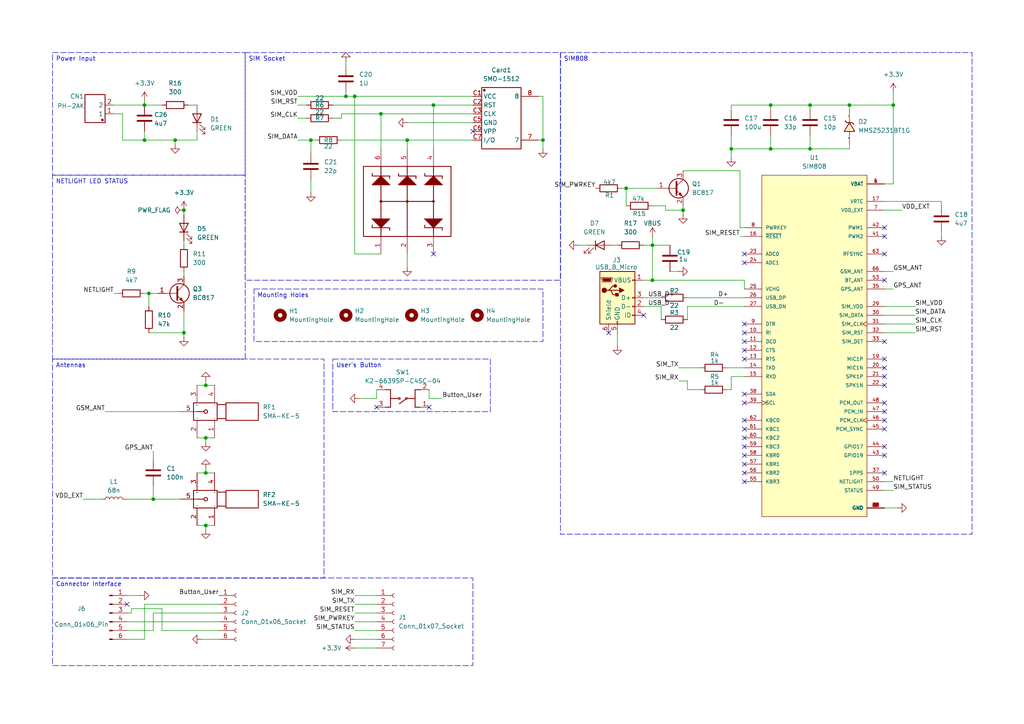
<source format=kicad_sch>
(kicad_sch (version 20250114) (generator "eeschema") (generator_version "9.0")
  (paper "A4")
  (title_block (title "SIM808 BOARD") (date "2026-01-08") (rev "0.1") (company "Mohamed Khay"))
  (lib_symbols
    (symbol "Connector:Conn_01x06_Pin" (pin_names (offset 1.016) (hide yes))
      (property "Reference" "J" (at 0 7.62 0))
      (property "Value" "Conn_01x06_Pin" (at 0 -10.16 0))
      (symbol "Conn_01x06_Pin_1_1"
        (pin passive line (at 5.08 5.08 180) (length 3.81) (name "Pin_1") (number "1"))
        (pin passive line (at 5.08 2.54 180) (length 3.81) (name "Pin_2") (number "2"))
        (pin passive line (at 5.08 0 180) (length 3.81) (name "Pin_3") (number "3"))
        (pin passive line (at 5.08 -2.54 180) (length 3.81) (name "Pin_4") (number "4"))
        (pin passive line (at 5.08 -5.08 180) (length 3.81) (name "Pin_5") (number "5"))
        (pin passive line (at 5.08 -7.62 180) (length 3.81) (name "Pin_6") (number "6"))
      )
    )
    (symbol "Connector:Conn_01x06_Socket" (pin_names (offset 1.016) (hide yes))
      (property "Reference" "J" (at 0 7.62 0))
      (property "Value" "Conn_01x06_Socket" (at 0 -10.16 0))
      (symbol "Conn_01x06_Socket_1_1"
        (pin passive line (at -5.08 5.08 0) (length 3.81) (name "Pin_1") (number "1"))
        (pin passive line (at -5.08 2.54 0) (length 3.81) (name "Pin_2") (number "2"))
        (pin passive line (at -5.08 0 0) (length 3.81) (name "Pin_3") (number "3"))
        (pin passive line (at -5.08 -2.54 0) (length 3.81) (name "Pin_4") (number "4"))
        (pin passive line (at -5.08 -5.08 0) (length 3.81) (name "Pin_5") (number "5"))
        (pin passive line (at -5.08 -7.62 0) (length 3.81) (name "Pin_6") (number "6"))
      )
    )
    (symbol "Connector:Conn_01x07_Socket" (pin_names (offset 1.016) (hide yes))
      (property "Reference" "J" (at 0 10.16 0))
      (property "Value" "Conn_01x07_Socket" (at 0 -10.16 0))
      (symbol "Conn_01x07_Socket_1_1"
        (pin passive line (at -5.08 7.62 0) (length 3.81) (name "Pin_1") (number "1"))
        (pin passive line (at -5.08 5.08 0) (length 3.81) (name "Pin_2") (number "2"))
        (pin passive line (at -5.08 2.54 0) (length 3.81) (name "Pin_3") (number "3"))
        (pin passive line (at -5.08 0 0) (length 3.81) (name "Pin_4") (number "4"))
        (pin passive line (at -5.08 -2.54 0) (length 3.81) (name "Pin_5") (number "5"))
        (pin passive line (at -5.08 -5.08 0) (length 3.81) (name "Pin_6") (number "6"))
        (pin passive line (at -5.08 -7.62 0) (length 3.81) (name "Pin_7") (number "7"))
      )
    )
    (symbol "Connector:USB_B_Micro" (pin_names (offset 1.016))
      (property "Reference" "J" (at -5.08 11.43 0))
      (property "Value" "USB_B_Micro" (at -5.08 8.89 0))
      (symbol "USB_B_Micro_1_1"
        (pin passive line (at -2.54 -10.16 90) (length 2.54) (name "Shield") (number "6"))
        (pin power_out line (at 0 -10.16 90) (length 2.54) (name "GND") (number "5"))
        (pin power_out line (at 7.62 5.08 180) (length 2.54) (name "VBUS") (number "1"))
        (pin bidirectional line (at 7.62 0 180) (length 2.54) (name "D+") (number "3"))
        (pin bidirectional line (at 7.62 -2.54 180) (length 2.54) (name "D-") (number "2"))
        (pin passive line (at 7.62 -5.08 180) (length 2.54) (name "ID") (number "4"))
      )
    )
    (symbol "Device:C" (pin_numbers (hide yes)) (pin_names (offset 0.254))
      (property "Reference" "C" (at 0.635 2.54 0))
      (property "Value" "C" (at 0.635 -2.54 0))
      (symbol "C_1_1"
        (pin passive line (at 0 3.81 270) (length 2.794) (name "~") (number "1"))
        (pin passive line (at 0 -3.81 90) (length 2.794) (name "~") (number "2"))
      )
    )
    (symbol "Device:L" (pin_numbers (hide yes)) (pin_names (offset 1.016) (hide yes))
      (property "Reference" "L" (at -1.27 0 90))
      (property "Value" "L" (at 1.905 0 90))
      (symbol "L_1_1"
        (pin passive line (at 0 3.81 270) (length 1.27) (name "1") (number "1"))
        (pin passive line (at 0 -3.81 90) (length 1.27) (name "2") (number "2"))
      )
    )
    (symbol "Device:LED" (pin_numbers (hide yes)) (pin_names (offset 1.016) (hide yes))
      (property "Reference" "D" (at 0 2.54 0))
      (property "Value" "LED" (at 0 -2.54 0))
      (symbol "LED_1_1"
        (pin passive line (at -3.81 0 0) (length 2.54) (name "K") (number "1"))
        (pin passive line (at 3.81 0 180) (length 2.54) (name "A") (number "2"))
      )
    )
    (symbol "Device:R" (pin_numbers (hide yes)) (pin_names (offset 0))
      (property "Reference" "R" (at 2.032 0 90))
      (property "Value" "R" (at 0 0 90))
      (symbol "R_1_1"
        (pin passive line (at 0 3.81 270) (length 1.27) (name "~") (number "1"))
        (pin passive line (at 0 -3.81 90) (length 1.27) (name "~") (number "2"))
      )
    )
    (symbol "KHAY_SIM808:K2-6639SP-C4SC-04"
      (property "Reference" "SW?" (at 0 0 0))
      (property "Value" "K2-6639SP-C4SC-04" (at 0 0 0))
      (symbol "K2-6639SP-C4SC-04_1_0"
        (pin passive line (at -7.62 2.54 0) (length 2.54) (name "1") (number "1"))
        (pin passive line (at -7.62 -2.54 0) (length 2.54) (name "2") (number "2"))
        (pin passive line (at 7.62 2.54 180) (length 2.54) (name "3") (number "3"))
        (pin passive line (at 7.62 -2.54 180) (length 2.54) (name "4") (number "4"))
      )
    )
    (symbol "KHAY_SIM808:MMSZ5231BT1G"
      (property "Reference" "D?" (at 0 0 0))
      (property "Value" "MMSZ5231BT1G" (at 0 0 0))
      (symbol "MMSZ5231BT1G_1_0"
        (pin passive line (at -5.08 0 0) (length 3.81) (name "A") (number "2"))
        (pin passive line (at 5.08 0 180) (length 3.81) (name "K") (number "1"))
      )
    )
    (symbol "KHAY_SIM808:PH-2AK"
      (property "Reference" "CN?" (at 0 0 0))
      (property "Value" "PH-2AK" (at 0 0 0))
      (symbol "PH-2AK_1_0"
        (pin power_in line (at -3.81 1.27 0) (length 2.54) (name "1") (number "1"))
        (pin power_in line (at -3.81 -1.27 0) (length 2.54) (name "2") (number "2"))
      )
    )
    (symbol "KHAY_SIM808:SMA-KE-5"
      (property "Reference" "RF?" (at 0 0 0))
      (property "Value" "SMA-KE-5" (at 0 0 0))
      (symbol "SMA-KE-5_1_0"
        (pin passive line (at 0 7.62 270) (length 5.08) (name "1") (number "1"))
        (pin passive line (at 0 -7.62 90) (length 5.08) (name "4") (number "4"))
        (pin passive line (at 5.08 7.62 270) (length 5.08) (name "2") (number "2"))
        (pin passive line (at 5.08 -7.62 90) (length 5.08) (name "3") (number "3"))
        (pin passive line (at 10.16 0 180) (length 5.08) (name "5") (number "5"))
      )
    )
    (symbol "KHAY_SIM808:SMF12CT1G"
      (symbol "SMF12CT1G_0_0"
        (pin input line (at -15.24 7.62 0) (length 5.08) (name "1") (number "1"))
        (pin input line (at -15.24 0 0) (length 5.08) (name "2") (number "2"))
        (pin input line (at -15.24 -7.62 0) (length 5.08) (name "3") (number "3"))
        (pin input line (at 15.24 7.62 180) (length 5.08) (name "6") (number "6"))
        (pin input line (at 15.24 0 180) (length 5.08) (name "5") (number "5"))
        (pin input line (at 15.24 -7.62 180) (length 5.08) (name "4") (number "4"))
      )
    )
    (symbol "KHAY_SIM808:SMO-1512"
      (property "Reference" "Card1" (at 3.175 13.97 0))
      (property "Value" "SMO-1512" (at 3.175 11.43 0))
      (symbol "SMO-1512_0_0"
        (pin input line (at -5.08 6.35 0) (length 2.54) (name "VCC") (number "C1"))
        (pin input line (at -5.08 3.81 0) (length 2.54) (name "RST") (number "C2"))
        (pin input line (at -5.08 1.27 0) (length 2.54) (name "CLK") (number "C3"))
        (pin power_in line (at -5.08 -1.27 0) (length 2.54) (name "GND") (number "C5"))
        (pin unspecified line (at -5.08 -3.81 0) (length 2.54) (name "VPP") (number "C6"))
        (pin bidirectional line (at -5.08 -6.35 0) (length 2.54) (name "I/O") (number "C7"))
        (pin power_in line (at 13.97 6.35 180) (length 5.08) (name "8") (number "8"))
        (pin power_in line (at 13.97 -6.35 180) (length 5.08) (name "7") (number "7"))
      )
    )
    (symbol "Mechanical:MountingHole" (pin_names (offset 1.016)) (in_bom no)
      (property "Reference" "H" (at 0 5.08 0))
      (property "Value" "MountingHole" (at 0 3.175 0))
    )
    (symbol "SIM808:SIM808" (pin_names (offset 1.016))
      (property "Reference" "U" (at -15.24 49.022 0))
      (property "Value" "SIM808" (at -15.24 -53.34 0))
      (symbol "SIM808_0_0"
        (pin input line (at -20.32 33.02 0) (length 5.08) (name "PWRKEY") (number "8"))
        (pin input line (at -20.32 30.48 0) (length 5.08) (name "~{RESET}") (number "16"))
        (pin input line (at -20.32 25.4 0) (length 5.08) (name "ADC0") (number "23"))
        (pin input line (at -20.32 22.86 0) (length 5.08) (name "ADC1") (number "24"))
        (pin input line (at -20.32 15.24 0) (length 5.08) (name "VCHG") (number "25"))
        (pin bidirectional line (at -20.32 12.7 0) (length 5.08) (name "USB_DP") (number "26"))
        (pin bidirectional line (at -20.32 10.16 0) (length 5.08) (name "USB_DN") (number "27"))
        (pin input line (at -20.32 5.08 0) (length 5.08) (name "DTR") (number "9"))
        (pin output line (at -20.32 2.54 0) (length 5.08) (name "RI") (number "10"))
        (pin output line (at -20.32 0 0) (length 5.08) (name "DCD") (number "11"))
        (pin output line (at -20.32 -2.54 0) (length 5.08) (name "CTS") (number "12"))
        (pin input line (at -20.32 -5.08 0) (length 5.08) (name "RTS") (number "13"))
        (pin output line (at -20.32 -7.62 0) (length 5.08) (name "TXD") (number "14"))
        (pin input line (at -20.32 -10.16 0) (length 5.08) (name "RXD") (number "15"))
        (pin bidirectional line (at -20.32 -15.24 0) (length 5.08) (name "SDA") (number "38"))
        (pin input clock (at -20.32 -17.78 0) (length 5.08) (name "SCL") (number "39"))
        (pin input line (at -20.32 -22.86 0) (length 5.08) (name "KBC0") (number "62"))
        (pin input line (at -20.32 -25.4 0) (length 5.08) (name "KBC1") (number "61"))
        (pin input line (at -20.32 -27.94 0) (length 5.08) (name "KBC2") (number "60"))
        (pin input line (at -20.32 -30.48 0) (length 5.08) (name "KBC3") (number "59"))
        (pin output line (at -20.32 -33.02 0) (length 5.08) (name "KBR0") (number "58"))
        (pin output line (at -20.32 -35.56 0) (length 5.08) (name "KBR1") (number "57"))
        (pin output line (at -20.32 -38.1 0) (length 5.08) (name "KBR2") (number "56"))
        (pin output line (at -20.32 -40.64 0) (length 5.08) (name "KBR3") (number "55"))
        (pin power_in line (at 20.32 45.72 180) (length 5.08) (name "VBAT") (number "4"))
        (pin power_in line (at 20.32 45.72 180) (length 5.08) (name "VBAT") (number "5"))
        (pin power_in line (at 20.32 45.72 180) (length 5.08) (name "VBAT") (number "6"))
        (pin bidirectional line (at 20.32 40.64 180) (length 5.08) (name "VRTC") (number "17"))
        (pin output line (at 20.32 38.1 180) (length 5.08) (name "VDD_EXT") (number "7"))
        (pin output line (at 20.32 33.02 180) (length 5.08) (name "PWM1") (number "42"))
        (pin output line (at 20.32 30.48 180) (length 5.08) (name "PWM2") (number "41"))
        (pin output line (at 20.32 25.4 180) (length 5.08) (name "RFSYNC") (number "63"))
        (pin bidirectional line (at 20.32 20.32 180) (length 5.08) (name "GSM_ANT") (number "66"))
        (pin bidirectional line (at 20.32 17.78 180) (length 5.08) (name "BT_ANT") (number "53"))
        (pin input line (at 20.32 15.24 180) (length 5.08) (name "GPS_ANT") (number "35"))
        (pin output line (at 20.32 10.16 180) (length 5.08) (name "SIM_VDD") (number "29"))
        (pin bidirectional line (at 20.32 7.62 180) (length 5.08) (name "SIM_DATA") (number "30"))
        (pin output clock (at 20.32 5.08 180) (length 5.08) (name "SIM_CLK") (number "31"))
        (pin output line (at 20.32 2.54 180) (length 5.08) (name "SIM_RST") (number "32"))
        (pin input line (at 20.32 0 180) (length 5.08) (name "SIM_DET") (number "33"))
        (pin input line (at 20.32 -5.08 180) (length 5.08) (name "MIC1P") (number "19"))
        (pin input line (at 20.32 -7.62 180) (length 5.08) (name "MIC1N") (number "20"))
        (pin output line (at 20.32 -10.16 180) (length 5.08) (name "SPK1P") (number "21"))
        (pin output line (at 20.32 -12.7 180) (length 5.08) (name "SPK1N") (number "22"))
        (pin output line (at 20.32 -17.78 180) (length 5.08) (name "PCM_OUT") (number "48"))
        (pin input line (at 20.32 -20.32 180) (length 5.08) (name "PCM_IN") (number "47"))
        (pin input clock (at 20.32 -22.86 180) (length 5.08) (name "PCM_CLK") (number "46"))
        (pin output line (at 20.32 -25.4 180) (length 5.08) (name "PCM_SYNC") (number "45"))
        (pin bidirectional line (at 20.32 -30.48 180) (length 5.08) (name "GPIO17") (number "44"))
        (pin bidirectional line (at 20.32 -33.02 180) (length 5.08) (name "GPIO19") (number "43"))
        (pin output line (at 20.32 -38.1 180) (length 5.08) (name "1PPS") (number "37"))
        (pin output line (at 20.32 -40.64 180) (length 5.08) (name "NETLIGHT") (number "50"))
        (pin output line (at 20.32 -43.18 180) (length 5.08) (name "STATUS") (number "49"))
        (pin power_in line (at 20.32 -48.26 180) (length 5.08) (name "GND") (number "1"))
        (pin power_in line (at 20.32 -48.26 180) (length 5.08) (name "GND") (number "18"))
        (pin power_in line (at 20.32 -48.26 180) (length 5.08) (name "GND") (number "2"))
        (pin power_in line (at 20.32 -48.26 180) (length 5.08) (name "GND") (number "28"))
        (pin power_in line (at 20.32 -48.26 180) (length 5.08) (name "GND") (number "3"))
        (pin power_in line (at 20.32 -48.26 180) (length 5.08) (name "GND") (number "34"))
        (pin power_in line (at 20.32 -48.26 180) (length 5.08) (name "GND") (number "36"))
        (pin power_in line (at 20.32 -48.26 180) (length 5.08) (name "GND") (number "40"))
        (pin power_in line (at 20.32 -48.26 180) (length 5.08) (name "GND") (number "51"))
        (pin power_in line (at 20.32 -48.26 180) (length 5.08) (name "GND") (number "52"))
        (pin power_in line (at 20.32 -48.26 180) (length 5.08) (name "GND") (number "54"))
        (pin power_in line (at 20.32 -48.26 180) (length 5.08) (name "GND") (number "64"))
        (pin power_in line (at 20.32 -48.26 180) (length 5.08) (name "GND") (number "65"))
        (pin power_in line (at 20.32 -48.26 180) (length 5.08) (name "GND") (number "67"))
        (pin power_in line (at 20.32 -48.26 180) (length 5.08) (name "GND") (number "68"))
      )
    )
    (symbol "Transistor_BJT:BC817" (pin_names (offset 0) (hide yes))
      (property "Reference" "Q" (at 5.08 1.905 0))
      (property "Value" "BC817" (at 5.08 0 0))
      (symbol "BC817_1_1"
        (pin input line (at -5.08 0 0) (length 2.54) (name "B") (number "1"))
        (pin passive line (at 2.54 5.08 270) (length 2.54) (name "C") (number "3"))
        (pin passive line (at 2.54 -5.08 90) (length 2.54) (name "E") (number "2"))
      )
    )
    (symbol "power:+3.3V" (power) (pin_numbers (hide yes)) (pin_names (offset 0) (hide yes))
      (property "Value" "+3.3V" (at 0 3.556 0))
      (symbol "+3.3V_1_1"
        (pin power_in line (at 0 0 90) (length 0) (name "~") (number "1"))
      )
    )
    (symbol "power:GND" (power) (pin_numbers (hide yes)) (pin_names (offset 0) (hide yes))
      (property "Value" "GND" (at 0 -3.81 0))
      (symbol "GND_1_1"
        (pin power_in line (at 0 0 270) (length 0) (name "~") (number "1"))
      )
    )
    (symbol "power:PWR_FLAG" (power) (pin_numbers (hide yes)) (pin_names (offset 0) (hide yes))
      (property "Value" "PWR_FLAG" (at 0 3.81 0))
      (symbol "PWR_FLAG_0_0"
        (pin power_out line (at 0 0 90) (length 0) (name "~") (number "1"))
      )
    )
    (symbol "power:VBUS" (power) (pin_numbers (hide yes)) (pin_names (offset 0) (hide yes))
      (property "Value" "VBUS" (at 0 3.556 0))
      (symbol "VBUS_1_1"
        (pin power_in line (at 0 0 90) (length 0) (name "~") (number "1"))
      )
    )
  )
  (text_box "User's Button" (at 96.52 104.14 0) (size 45.72 15.24) (margins 0.9525 0.9525 0.9525 0.9525) (stroke (width 0) (type dash)) (effects (font (size 1.27 1.27)) (justify left top)))
  (text_box "Mounting Holes" (at 73.66 83.82 0) (size 83.82 15.24) (margins 0.9525 0.9525 0.9525 0.9525) (stroke (width 0) (type dash)) (effects (font (size 1.27 1.27)) (justify left top)))
  (text_box "NETLIGHT LED STATUS" (at 15.24 50.8 0) (size 55.88 53.34) (margins 0.9525 0.9525 0.9525 0.9525) (stroke (width 0) (type dash)) (effects (font (size 1.27 1.27)) (justify left top)))
  (text_box "Connector Interface" (at 15.24 167.64 0) (size 121.92 25.4) (margins 0.9525 0.9525 0.9525 0.9525) (stroke (width 0) (type dash)) (effects (font (size 1.27 1.27)) (justify left top)))
  (text_box "Power Input" (at 15.24 15.24 0) (size 55.88 35.56) (margins 0.9525 0.9525 0.9525 0.9525) (stroke (width 0) (type dash)) (effects (font (size 1.27 1.27)) (justify left top)))
  (text_box "Antennas" (at 15.24 104.14 0) (size 78.74 63.5) (margins 0.9525 0.9525 0.9525 0.9525) (stroke (width 0) (type dash)) (effects (font (size 1.27 1.27)) (justify left top)))
  (text_box "SIM808" (at 162.56 15.24 0) (size 119.38 139.7) (margins 0.9525 0.9525 0.9525 0.9525) (stroke (width 0) (type dash)) (effects (font (size 1.27 1.27)) (justify left top)))
  (text_box "SIM Socket" (at 71.12 15.24 0) (size 91.44 66.04) (margins 0.9525 0.9525 0.9525 0.9525) (stroke (width 0) (type dash)) (effects (font (size 1.27 1.27)) (justify left top)))
  (junction (at 53.34 96.52))
  (junction (at 246.38 30.48))
  (junction (at 234.95 43.18))
  (junction (at 189.23 71.12))
  (junction (at 41.91 30.48))
  (junction (at 50.8 40.64))
  (junction (at 110.49 33.02))
  (junction (at 189.23 81.28))
  (junction (at 100.33 27.94))
  (junction (at 181.61 54.61))
  (junction (at 59.69 127))
  (junction (at 157.48 40.64))
  (junction (at 59.69 137.16))
  (junction (at 102.87 27.94))
  (junction (at 43.18 85.09))
  (junction (at 90.17 40.64))
  (junction (at 234.95 30.48))
  (junction (at 44.45 144.78))
  (junction (at 118.11 40.64))
  (junction (at 223.52 43.18))
  (junction (at 125.73 30.48))
  (junction (at 59.69 152.4))
  (junction (at 212.09 43.18))
  (junction (at 198.12 60.96))
  (junction (at 259.08 30.48))
  (junction (at 59.69 111.76))
  (junction (at 41.91 40.64))
  (junction (at 53.34 60.96))
  (junction (at 223.52 30.48))
  (no_connect (at 256.54 121.92))
  (no_connect (at 215.9 73.66))
  (no_connect (at 137.16 38.1))
  (no_connect (at 186.69 91.44))
  (no_connect (at 215.9 137.16))
  (no_connect (at 256.54 99.06))
  (no_connect (at 256.54 104.14))
  (no_connect (at 215.9 99.06))
  (no_connect (at 215.9 129.54))
  (no_connect (at 125.73 73.66))
  (no_connect (at 256.54 129.54))
  (no_connect (at 256.54 81.28))
  (no_connect (at 215.9 116.84))
  (no_connect (at 124.46 118.11))
  (no_connect (at 215.9 121.92))
  (no_connect (at 256.54 73.66))
  (no_connect (at 176.53 96.52))
  (no_connect (at 215.9 114.3))
  (no_connect (at 256.54 116.84))
  (no_connect (at 256.54 124.46))
  (no_connect (at 215.9 132.08))
  (no_connect (at 109.22 118.11))
  (no_connect (at 215.9 76.2))
  (no_connect (at 256.54 68.58))
  (no_connect (at 215.9 127))
  (no_connect (at 256.54 111.76))
  (no_connect (at 215.9 124.46))
  (no_connect (at 256.54 132.08))
  (no_connect (at 215.9 104.14))
  (no_connect (at 36.83 175.26))
  (no_connect (at 215.9 134.62))
  (no_connect (at 215.9 101.6))
  (no_connect (at 256.54 109.22))
  (no_connect (at 215.9 96.52))
  (no_connect (at 256.54 66.04))
  (no_connect (at 215.9 93.98))
  (no_connect (at 215.9 139.7))
  (no_connect (at 256.54 106.68))
  (no_connect (at 256.54 119.38))
  (no_connect (at 256.54 137.16))
  (wire (pts (xy 259.08 53.34) (xy 256.54 53.34)))
  (wire (pts (xy 50.8 40.64) (xy 57.15 40.64)))
  (wire (pts (xy 102.87 27.94) (xy 137.16 27.94)))
  (wire (pts (xy 198.12 59.69) (xy 198.12 60.96)))
  (wire (pts (xy 223.52 39.37) (xy 223.52 43.18)))
  (wire (pts (xy 86.36 30.48) (xy 88.9 30.48)))
  (wire (pts (xy 109.22 185.42) (xy 102.87 185.42)))
  (wire (pts (xy 189.23 71.12) (xy 194.31 71.12)))
  (wire (pts (xy 196.85 106.68) (xy 203.2 106.68)))
  (wire (pts (xy 59.69 111.76) (xy 59.69 110.49)))
  (wire (pts (xy 90.17 52.07) (xy 90.17 55.88)))
  (wire (pts (xy 212.09 109.22) (xy 212.09 113.03)))
  (wire (pts (xy 99.06 33.02) (xy 110.49 33.02)))
  (wire (pts (xy 59.69 127) (xy 62.23 127)))
  (wire (pts (xy 102.87 177.8) (xy 109.22 177.8)))
  (wire (pts (xy 102.87 182.88) (xy 109.22 182.88)))
  (wire (pts (xy 41.91 185.42) (xy 36.83 185.42)))
  (wire (pts (xy 196.85 78.74) (xy 194.31 78.74)))
  (wire (pts (xy 44.45 144.78) (xy 52.07 144.78)))
  (wire (pts (xy 186.69 81.28) (xy 189.23 81.28)))
  (wire (pts (xy 186.69 71.12) (xy 189.23 71.12)))
  (wire (pts (xy 191.77 88.9) (xy 191.77 92.71)))
  (wire (pts (xy 62.23 137.16) (xy 59.69 137.16)))
  (wire (pts (xy 46.99 182.88) (xy 46.99 176.53)))
  (wire (pts (xy 156.21 40.64) (xy 157.48 40.64)))
  (wire (pts (xy 96.52 30.48) (xy 125.73 30.48)))
  (wire (pts (xy 59.69 152.4) (xy 62.23 152.4)))
  (wire (pts (xy 110.49 73.66) (xy 102.87 73.66)))
  (wire (pts (xy 59.69 127) (xy 59.69 128.27)))
  (wire (pts (xy 186.69 86.36) (xy 191.77 86.36)))
  (wire (pts (xy 125.73 30.48) (xy 125.73 43.18)))
  (wire (pts (xy 38.1 177.8) (xy 36.83 177.8)))
  (wire (pts (xy 223.52 30.48) (xy 223.52 31.75)))
  (wire (pts (xy 118.11 35.56) (xy 137.16 35.56)))
  (wire (pts (xy 62.23 111.76) (xy 59.69 111.76)))
  (wire (pts (xy 199.39 88.9) (xy 215.9 88.9)))
  (wire (pts (xy 234.95 30.48) (xy 234.95 31.75)))
  (wire (pts (xy 189.23 81.28) (xy 215.9 81.28)))
  (wire (pts (xy 212.09 43.18) (xy 212.09 45.72)))
  (wire (pts (xy 59.69 137.16) (xy 57.15 137.16)))
  (wire (pts (xy 50.8 40.64) (xy 50.8 41.91)))
  (wire (pts (xy 179.07 96.52) (xy 179.07 100.33)))
  (wire (pts (xy 234.95 43.18) (xy 246.38 43.18)))
  (wire (pts (xy 215.9 81.28) (xy 215.9 83.82)))
  (wire (pts (xy 125.73 30.48) (xy 137.16 30.48)))
  (wire (pts (xy 110.49 33.02) (xy 137.16 33.02)))
  (wire (pts (xy 193.04 60.96) (xy 198.12 60.96)))
  (wire (pts (xy 214.63 66.04) (xy 215.9 66.04)))
  (wire (pts (xy 102.87 175.26) (xy 109.22 175.26)))
  (wire (pts (xy 33.02 33.02) (xy 35.56 33.02)))
  (wire (pts (xy 41.91 85.09) (xy 43.18 85.09)))
  (wire (pts (xy 212.09 109.22) (xy 215.9 109.22)))
  (wire (pts (xy 53.34 69.85) (xy 53.34 71.12)))
  (wire (pts (xy 167.64 71.12) (xy 170.18 71.12)))
  (wire (pts (xy 273.05 58.42) (xy 273.05 59.69)))
  (wire (pts (xy 157.48 40.64) (xy 157.48 43.18)))
  (wire (pts (xy 46.99 176.53) (xy 38.1 176.53)))
  (wire (pts (xy 100.33 27.94) (xy 102.87 27.94)))
  (wire (pts (xy 246.38 41.91) (xy 246.38 43.18)))
  (wire (pts (xy 100.33 26.67) (xy 100.33 27.94)))
  (wire (pts (xy 33.02 30.48) (xy 41.91 30.48)))
  (wire (pts (xy 124.46 113.03) (xy 124.46 115.57)))
  (wire (pts (xy 193.04 59.69) (xy 193.04 60.96)))
  (wire (pts (xy 199.39 113.03) (xy 199.39 110.49)))
  (wire (pts (xy 177.8 71.12) (xy 179.07 71.12)))
  (wire (pts (xy 36.83 172.72) (xy 40.64 172.72)))
  (wire (pts (xy 199.39 110.49) (xy 196.85 110.49)))
  (wire (pts (xy 102.87 180.34) (xy 109.22 180.34)))
  (wire (pts (xy 86.36 27.94) (xy 100.33 27.94)))
  (wire (pts (xy 110.49 33.02) (xy 110.49 43.18)))
  (wire (pts (xy 57.15 152.4) (xy 59.69 152.4)))
  (wire (pts (xy 256.54 58.42) (xy 273.05 58.42)))
  (wire (pts (xy 199.39 92.71) (xy 199.39 88.9)))
  (wire (pts (xy 44.45 182.88) (xy 36.83 182.88)))
  (wire (pts (xy 86.36 40.64) (xy 90.17 40.64)))
  (wire (pts (xy 259.08 30.48) (xy 259.08 53.34)))
  (wire (pts (xy 214.63 68.58) (xy 215.9 68.58)))
  (wire (pts (xy 35.56 40.64) (xy 41.91 40.64)))
  (wire (pts (xy 256.54 147.32) (xy 260.35 147.32)))
  (wire (pts (xy 102.87 73.66) (xy 102.87 27.94)))
  (wire (pts (xy 30.48 119.38) (xy 52.07 119.38)))
  (wire (pts (xy 118.11 73.66) (xy 118.11 77.47)))
  (wire (pts (xy 256.54 78.74) (xy 259.08 78.74)))
  (wire (pts (xy 41.91 29.21) (xy 41.91 30.48)))
  (wire (pts (xy 256.54 60.96) (xy 261.62 60.96)))
  (wire (pts (xy 256.54 96.52) (xy 265.43 96.52)))
  (wire (pts (xy 57.15 38.1) (xy 57.15 40.64)))
  (wire (pts (xy 100.33 17.78) (xy 100.33 19.05)))
  (wire (pts (xy 57.15 127) (xy 59.69 127)))
  (wire (pts (xy 223.52 43.18) (xy 234.95 43.18)))
  (wire (pts (xy 124.46 115.57) (xy 128.27 115.57)))
  (wire (pts (xy 223.52 30.48) (xy 234.95 30.48)))
  (wire (pts (xy 246.38 30.48) (xy 259.08 30.48)))
  (wire (pts (xy 63.5 177.8) (xy 44.45 177.8)))
  (wire (pts (xy 234.95 30.48) (xy 246.38 30.48)))
  (wire (pts (xy 54.61 30.48) (xy 57.15 30.48)))
  (wire (pts (xy 53.34 90.17) (xy 53.34 96.52)))
  (wire (pts (xy 198.12 60.96) (xy 198.12 62.23)))
  (wire (pts (xy 186.69 88.9) (xy 191.77 88.9)))
  (wire (pts (xy 109.22 113.03) (xy 109.22 115.57)))
  (wire (pts (xy 63.5 182.88) (xy 46.99 182.88)))
  (wire (pts (xy 44.45 177.8) (xy 44.45 182.88)))
  (wire (pts (xy 189.23 71.12) (xy 189.23 81.28)))
  (wire (pts (xy 99.06 40.64) (xy 118.11 40.64)))
  (wire (pts (xy 36.83 180.34) (xy 63.5 180.34)))
  (wire (pts (xy 41.91 30.48) (xy 46.99 30.48)))
  (wire (pts (xy 86.36 34.29) (xy 88.9 34.29)))
  (wire (pts (xy 189.23 59.69) (xy 193.04 59.69)))
  (wire (pts (xy 33.02 85.09) (xy 34.29 85.09)))
  (wire (pts (xy 96.52 34.29) (xy 99.06 34.29)))
  (wire (pts (xy 36.83 144.78) (xy 44.45 144.78)))
  (wire (pts (xy 59.69 137.16) (xy 59.69 135.89)))
  (wire (pts (xy 24.13 144.78) (xy 29.21 144.78)))
  (wire (pts (xy 90.17 40.64) (xy 91.44 40.64)))
  (wire (pts (xy 35.56 33.02) (xy 35.56 40.64)))
  (wire (pts (xy 43.18 85.09) (xy 43.18 88.9)))
  (wire (pts (xy 38.1 176.53) (xy 38.1 177.8)))
  (wire (pts (xy 53.34 96.52) (xy 53.34 97.79)))
  (wire (pts (xy 212.09 43.18) (xy 223.52 43.18)))
  (wire (pts (xy 198.12 49.53) (xy 214.63 49.53)))
  (wire (pts (xy 181.61 54.61) (xy 181.61 59.69)))
  (wire (pts (xy 212.09 30.48) (xy 223.52 30.48)))
  (wire (pts (xy 63.5 175.26) (xy 41.91 175.26)))
  (wire (pts (xy 256.54 88.9) (xy 265.43 88.9)))
  (wire (pts (xy 59.69 152.4) (xy 59.69 153.67)))
  (wire (pts (xy 210.82 113.03) (xy 212.09 113.03)))
  (wire (pts (xy 180.34 54.61) (xy 181.61 54.61)))
  (wire (pts (xy 259.08 26.67) (xy 259.08 30.48)))
  (wire (pts (xy 118.11 40.64) (xy 118.11 43.18)))
  (wire (pts (xy 90.17 40.64) (xy 90.17 44.45)))
  (wire (pts (xy 53.34 78.74) (xy 53.34 80.01)))
  (wire (pts (xy 256.54 91.44) (xy 265.43 91.44)))
  (wire (pts (xy 256.54 139.7) (xy 259.08 139.7)))
  (wire (pts (xy 203.2 113.03) (xy 199.39 113.03)))
  (wire (pts (xy 41.91 40.64) (xy 50.8 40.64)))
  (wire (pts (xy 181.61 54.61) (xy 190.5 54.61)))
  (wire (pts (xy 41.91 38.1) (xy 41.91 40.64)))
  (wire (pts (xy 256.54 83.82) (xy 259.08 83.82)))
  (wire (pts (xy 104.14 115.57) (xy 109.22 115.57)))
  (wire (pts (xy 212.09 31.75) (xy 212.09 30.48)))
  (wire (pts (xy 44.45 130.81) (xy 44.45 133.35)))
  (wire (pts (xy 102.87 172.72) (xy 109.22 172.72)))
  (wire (pts (xy 41.91 175.26) (xy 41.91 185.42)))
  (wire (pts (xy 44.45 140.97) (xy 44.45 144.78)))
  (wire (pts (xy 43.18 96.52) (xy 53.34 96.52)))
  (wire (pts (xy 102.87 187.96) (xy 109.22 187.96)))
  (wire (pts (xy 246.38 30.48) (xy 246.38 31.75)))
  (wire (pts (xy 256.54 93.98) (xy 265.43 93.98)))
  (wire (pts (xy 256.54 142.24) (xy 259.08 142.24)))
  (wire (pts (xy 99.06 34.29) (xy 99.06 33.02)))
  (wire (pts (xy 234.95 39.37) (xy 234.95 43.18)))
  (wire (pts (xy 157.48 27.94) (xy 157.48 40.64)))
  (wire (pts (xy 43.18 85.09) (xy 45.72 85.09)))
  (wire (pts (xy 59.69 111.76) (xy 57.15 111.76)))
  (wire (pts (xy 199.39 86.36) (xy 215.9 86.36)))
  (wire (pts (xy 214.63 49.53) (xy 214.63 66.04)))
  (wire (pts (xy 212.09 39.37) (xy 212.09 43.18)))
  (wire (pts (xy 156.21 27.94) (xy 157.48 27.94)))
  (wire (pts (xy 210.82 106.68) (xy 215.9 106.68)))
  (wire (pts (xy 273.05 67.31) (xy 273.05 68.58)))
  (wire (pts (xy 53.34 60.96) (xy 53.34 62.23)))
  (wire (pts (xy 189.23 68.58) (xy 189.23 71.12)))
  (wire (pts (xy 58.42 185.42) (xy 63.5 185.42)))
  (wire (pts (xy 118.11 40.64) (xy 137.16 40.64)))
  (label "USB_D-" (at 187.96 88.9 0))
  (label "D+" (at 208.28 86.36 0))
  (label "GSM_ANT" (at 30.48 119.38 180))
  (label "SIM_RESET" (at 102.87 177.8 180))
  (label "NETLIGHT" (at 259.08 139.7 0))
  (label "SIM_TX" (at 196.85 106.68 180))
  (label "SIM_RX" (at 102.87 172.72 180))
  (label "VDD_EXT" (at 261.62 60.96 0))
  (label "SIM_CLK" (at 265.43 93.98 0))
  (label "SIM_TX" (at 102.87 175.26 180))
  (label "GPS_ANT" (at 259.08 83.82 0))
  (label "SIM_PWRKEY" (at 102.87 180.34 180))
  (label "SIM_CLK" (at 86.36 34.29 180))
  (label "Button_User" (at 63.5 172.72 180))
  (label "D-" (at 207.01 88.9 0))
  (label "SIM_RST" (at 265.43 96.52 0))
  (label "SIM_STATUS" (at 259.08 142.24 0))
  (label "GPS_ANT" (at 44.45 130.81 180))
  (label "GSM_ANT" (at 259.08 78.74 0))
  (label "SIM_PWRKEY" (at 172.72 54.61 180))
  (label "NETLIGHT" (at 33.02 85.09 180))
  (label "SIM_RESET" (at 214.63 68.58 180))
  (label "SIM_STATUS" (at 102.87 182.88 180))
  (label "Button_User" (at 128.27 115.57 0))
  (label "SIM_VDD" (at 265.43 88.9 0))
  (label "SIM_RX" (at 196.85 110.49 180))
  (label "VDD_EXT" (at 24.13 144.78 180))
  (label "SIM_DATA" (at 265.43 91.44 0))
  (label "SIM_VDD" (at 86.36 27.94 180))
  (label "USB_D+" (at 187.96 86.36 0))
  (label "SIM_DATA" (at 86.36 40.64 180))
  (label "SIM_RST" (at 86.36 30.48 180))
  (symbol (lib_id "power:GND") (at 212.09 45.72 0) (unit 1)
    (property "Reference" "#PWR021" (effects (hide yes)))
    (property "Value" "GND" (effects (hide yes)))
    (property "Description" "Power symbol creates a global label with name \"GND\" , ground" (effects (hide yes)))
  )
  (symbol (lib_id "power:GND") (at 157.48 43.18 0) (unit 1)
    (property "Reference" "#PWR026" (effects (hide yes)))
    (property "Value" "GND" (effects (hide yes)))
    (property "Description" "Power symbol creates a global label with name \"GND\" , ground" (effects (hide yes)))
  )
  (symbol (lib_id "Device:R") (at 38.1 85.09 270) (unit 1)
    (property "Reference" "R9" (at 38.1 78.74 90))
    (property "Value" "4k7" (at 38.1 81.28 90))
    (property "Footprint" "Resistor_SMD:R_0805_2012Metric" (effects (hide yes)))
    (property "Description" "Resistor" (effects (hide yes)))
  )
  (symbol (lib_id "KHAY_SIM808:K2-6639SP-C4SC-04") (at 116.84 115.57 180) (unit 1)
    (property "Reference" "SW1" (at 116.84 107.95 0))
    (property "Value" "K2-6639SP-C4SC-04" (at 116.84 110.49 0))
    (property "Footprint" "SIM808:KEY-SMD_4P-L6.0-W6.0-P3.90-LS9.0" (effects (hide yes)))
    (property "Manufacturer Part" "K2-6639SP-C4SC-04" (effects (hide yes)))
    (property "Manufacturer" "韩国韩荣" (effects (hide yes)))
    (property "Supplier Part" "C83206" (effects (hide yes)))
    (property "Supplier" "LCSC" (effects (hide yes)))
  )
  (symbol (lib_id "Device:C") (at 44.45 137.16 0) (unit 1)
    (property "Reference" "C1" (at 48.26 135.8899 0) (effects (justify left)))
    (property "Value" "100n" (at 48.26 138.4299 0) (effects (justify left)))
    (property "Footprint" "Capacitor_SMD:C_0402_1005Metric" (effects (hide yes)))
    (property "Description" "Unpolarized capacitor" (effects (hide yes)))
  )
  (symbol (lib_id "power:+3.3V") (at 102.87 187.96 90) (unit 1)
    (property "Reference" "#PWR08" (effects (hide yes)))
    (property "Value" "+3.3V" (at 99.06 187.9599 90) (effects (justify left)))
    (property "Description" "Power symbol creates a global label with name \"+3.3V\"" (effects (hide yes)))
  )
  (symbol (lib_id "SIM808:SIM808") (at 236.22 99.06 0) (unit 1)
    (property "Reference" "U1" (at 236.22 45.72 0))
    (property "Value" "SIM808" (at 236.22 48.26 0))
    (property "Footprint" "SIM808 (1):XCVR_SIM808" (effects (hide yes)))
    (property "MF" "SIMcom Wireless  solutions Co.,Ltd" (effects (hide yes)))
    (property "MAXIMUM_PACKAGE_HEIGHT" "2.8mm" (effects (hide yes)))
    (property "Package" "None" (effects (hide yes)))
    (property "Price" "None" (effects (hide yes)))
    (property "Check_prices" "https://www.snapeda.com/parts/SIM808/SIMCom/view-part/?ref=eda" (effects (hide yes)))
    (property "STANDARD" "Manufacturer recommendations" (effects (hide yes)))
    (property "PARTREV" "1.03" (effects (hide yes)))
    (property "SnapEDA_Link" "https://www.snapeda.com/parts/SIM808/SIMCom/view-part/?ref=snap" (effects (hide yes)))
    (property "MP" "SIM808" (effects (hide yes)))
    (property "Description_1" "SIM808 GPS, GPRS/GSM RF mikroBUS™ Click™ Platform Evaluation Expansion Board" (effects (hide yes)))
    (property "Availability" "In Stock" (effects (hide yes)))
    (property "MANUFACTURER" "SIMCOM" (effects (hide yes)))
  )
  (symbol (lib_id "Device:R") (at 176.53 54.61 90) (unit 1)
    (property "Reference" "R1" (at 176.784 56.642 90))
    (property "Value" "4k7" (at 176.784 52.832 90))
    (property "Footprint" "Resistor_SMD:R_0805_2012Metric" (effects (hide yes)))
    (property "Description" "Resistor" (effects (hide yes)))
  )
  (symbol (lib_id "power:GND") (at 90.17 55.88 0) (unit 1)
    (property "Reference" "#PWR029" (effects (hide yes)))
    (property "Value" "GND" (effects (hide yes)))
    (property "Description" "Power symbol creates a global label with name \"GND\" , ground" (effects (hide yes)))
  )
  (symbol (lib_id "Device:R") (at 207.01 113.03 90) (unit 1)
    (property "Reference" "R5" (at 207.264 109.22 90))
    (property "Value" "1k" (at 207.264 110.998 90))
    (property "Footprint" "Resistor_SMD:R_0805_2012Metric" (effects (hide yes)))
    (property "Description" "Resistor" (effects (hide yes)))
  )
  (symbol (lib_id "Device:R") (at 92.71 34.29 90) (unit 1)
    (property "Reference" "R7" (at 92.71 34.29 90))
    (property "Value" "22" (at 92.71 32.512 90))
    (property "Footprint" "Resistor_SMD:R_0603_1608Metric" (effects (hide yes)))
    (property "Description" "Resistor" (effects (hide yes)))
  )
  (symbol (lib_id "Transistor_BJT:BC817") (at 195.58 54.61 0) (unit 1)
    (property "Reference" "Q1" (at 200.66 53.3399 0) (effects (justify left)))
    (property "Value" "BC817" (at 200.66 55.8799 0) (effects (justify left)))
    (property "Footprint" "Package_TO_SOT_SMD:SOT-23" (effects (hide yes)))
    (property "Datasheet" "https://www.onsemi.com/pub/Collateral/BC818-D.pdf" (effects (hide yes)))
    (property "Description" "0.8A Ic, 45V Vce, NPN Transistor, SOT-23" (effects (hide yes)))
  )
  (symbol (lib_id "Mechanical:MountingHole") (at 119.38 91.44 0) (unit 1) (in_bom no)
    (property "Reference" "H3" (at 121.92 90.1699 0) (effects (justify left)))
    (property "Value" "MountingHole" (at 121.92 92.7099 0) (effects (justify left)))
    (property "Footprint" "MountingHole:MountingHole_2.2mm_M2" (effects (hide yes)))
    (property "Description" "Mounting Hole without connection" (effects (hide yes)))
  )
  (symbol (lib_id "power:GND") (at 198.12 62.23 0) (unit 1)
    (property "Reference" "#PWR05" (effects (hide yes)))
    (property "Value" "GND" (effects (hide yes)))
    (property "Description" "Power symbol creates a global label with name \"GND\" , ground" (effects (hide yes)))
  )
  (symbol (lib_id "Transistor_BJT:BC817") (at 50.8 85.09 0) (unit 1)
    (property "Reference" "Q3" (at 55.88 83.8199 0) (effects (justify left)))
    (property "Value" "BC817" (at 55.88 86.3599 0) (effects (justify left)))
    (property "Footprint" "Package_TO_SOT_SMD:SOT-23" (effects (hide yes)))
    (property "Datasheet" "https://www.onsemi.com/pub/Collateral/BC818-D.pdf" (effects (hide yes)))
    (property "Description" "0.8A Ic, 45V Vce, NPN Transistor, SOT-23" (effects (hide yes)))
  )
  (symbol (lib_id "power:GND") (at 59.69 110.49 180) (unit 1)
    (property "Reference" "#PWR017" (effects (hide yes)))
    (property "Value" "GND" (effects (hide yes)))
    (property "Description" "Power symbol creates a global label with name \"GND\" , ground" (effects (hide yes)))
  )
  (symbol (lib_id "power:GND") (at 53.34 97.79 0) (unit 1)
    (property "Reference" "#PWR015" (effects (hide yes)))
    (property "Value" "GND" (effects (hide yes)))
    (property "Description" "Power symbol creates a global label with name \"GND\" , ground" (effects (hide yes)))
  )
  (symbol (lib_id "power:GND") (at 196.85 78.74 90) (unit 1)
    (property "Reference" "#PWR023" (effects (hide yes)))
    (property "Value" "GND" (effects (hide yes)))
    (property "Description" "Power symbol creates a global label with name \"GND\" , ground" (effects (hide yes)))
  )
  (symbol (lib_id "Device:C") (at 100.33 22.86 0) (unit 1)
    (property "Reference" "C20" (at 104.14 21.5899 0) (effects (justify left)))
    (property "Value" "1U" (at 104.14 24.1299 0) (effects (justify left)))
    (property "Footprint" "Capacitor_SMD:C_0805_2012Metric" (effects (hide yes)))
    (property "Description" "Unpolarized capacitor" (effects (hide yes)))
  )
  (symbol (lib_id "Device:R") (at 182.88 71.12 90) (unit 1)
    (property "Reference" "R17" (at 182.88 64.77 90))
    (property "Value" "300" (at 182.88 67.31 90))
    (property "Footprint" "Resistor_SMD:R_0603_1608Metric" (effects (hide yes)))
    (property "Description" "Resistor" (effects (hide yes)))
  )
  (symbol (lib_id "Device:C") (at 90.17 48.26 0) (unit 1)
    (property "Reference" "C21" (at 93.98 46.9899 0) (effects (justify left)))
    (property "Value" "22p" (at 93.98 49.5299 0) (effects (justify left)))
    (property "Footprint" "Capacitor_SMD:C_0603_1608Metric" (effects (hide yes)))
    (property "Description" "Unpolarized capacitor" (effects (hide yes)))
  )
  (symbol (lib_id "Device:C") (at 194.31 74.93 180) (unit 1)
    (property "Reference" "C19" (at 196.342 73.152 0) (effects (justify right)))
    (property "Value" "1u" (at 196.85 75.184 0) (effects (justify right)))
    (property "Footprint" "Capacitor_SMD:C_0805_2012Metric" (effects (hide yes)))
    (property "Description" "Unpolarized capacitor" (effects (hide yes)))
  )
  (symbol (lib_id "Device:C") (at 223.52 35.56 180) (unit 1)
    (property "Reference" "C16" (at 227.33 34.2899 0) (effects (justify right)))
    (property "Value" "33p" (at 227.33 36.8299 0) (effects (justify right)))
    (property "Footprint" "Capacitor_SMD:C_0603_1608Metric" (effects (hide yes)))
    (property "Description" "Unpolarized capacitor" (effects (hide yes)))
  )
  (symbol (lib_id "power:GND") (at 59.69 135.89 180) (unit 1)
    (property "Reference" "#PWR019" (effects (hide yes)))
    (property "Value" "GND" (effects (hide yes)))
    (property "Description" "Power symbol creates a global label with name \"GND\" , ground" (effects (hide yes)))
  )
  (symbol (lib_id "power:GND") (at 100.33 17.78 180) (unit 1)
    (property "Reference" "#PWR028" (effects (hide yes)))
    (property "Value" "GND" (effects (hide yes)))
    (property "Description" "Power symbol creates a global label with name \"GND\" , ground" (effects (hide yes)))
  )
  (symbol (lib_id "Connector:USB_B_Micro") (at 179.07 86.36 0) (unit 1)
    (property "Reference" "J3" (at 180.086 75.438 0) (effects (justify right)))
    (property "Value" "USB_B_Micro" (at 184.912 77.47 0) (effects (justify right)))
    (property "Footprint" "Connector_USB:USB_Micro-B_Wuerth_629105150521" (effects (hide yes)))
    (property "Description" "USB Micro Type B connector" (effects (hide yes)))
  )
  (symbol (lib_id "power:GND") (at 118.11 77.47 0) (unit 1)
    (property "Reference" "#PWR011" (effects (hide yes)))
    (property "Value" "GND" (effects (hide yes)))
    (property "Description" "Power symbol creates a global label with name \"GND\" , ground" (effects (hide yes)))
  )
  (symbol (lib_id "Device:R") (at 43.18 92.71 0) (unit 1)
    (property "Reference" "R10" (at 45.72 91.4399 0) (effects (justify left)))
    (property "Value" "47k" (at 45.72 93.9799 0) (effects (justify left)))
    (property "Footprint" "Resistor_SMD:R_0805_2012Metric" (effects (hide yes)))
    (property "Description" "Resistor" (effects (hide yes)))
  )
  (symbol (lib_id "Mechanical:MountingHole") (at 100.33 91.44 0) (unit 1) (in_bom no)
    (property "Reference" "H2" (at 102.87 90.1699 0) (effects (justify left)))
    (property "Value" "MountingHole" (at 102.87 92.7099 0) (effects (justify left)))
    (property "Footprint" "MountingHole:MountingHole_2.2mm_M2" (effects (hide yes)))
    (property "Description" "Mounting Hole without connection" (effects (hide yes)))
  )
  (symbol (lib_id "Device:LED") (at 57.15 34.29 90) (unit 1)
    (property "Reference" "D1" (at 60.96 34.6074 90) (effects (justify right)))
    (property "Value" "GREEN" (at 60.96 37.1474 90) (effects (justify right)))
    (property "Footprint" "LED_SMD:LED_0201_0603Metric" (effects (hide yes)))
    (property "Description" "Light emitting diode" (effects (hide yes)))
    (property "Sim.Pins" "1=K 2=A" (effects (hide yes)))
  )
  (symbol (lib_id "Device:R") (at 53.34 74.93 0) (unit 1)
    (property "Reference" "R11" (at 55.88 73.6599 0) (effects (justify left)))
    (property "Value" "300" (at 55.88 76.1999 0) (effects (justify left)))
    (property "Footprint" "Resistor_SMD:R_0603_1608Metric" (effects (hide yes)))
    (property "Description" "Resistor" (effects (hide yes)))
  )
  (symbol (lib_id "power:GND") (at 58.42 185.42 270) (unit 1)
    (property "Reference" "#PWR04" (effects (hide yes)))
    (property "Value" "GND" (effects (hide yes)))
    (property "Description" "Power symbol creates a global label with name \"GND\" , ground" (effects (hide yes)))
  )
  (symbol (lib_id "Device:R") (at 50.8 30.48 90) (unit 1)
    (property "Reference" "R16" (at 50.8 24.13 90))
    (property "Value" "300" (at 50.8 26.67 90))
    (property "Footprint" "Resistor_SMD:R_0603_1608Metric" (effects (hide yes)))
    (property "Description" "Resistor" (effects (hide yes)))
  )
  (symbol (lib_id "power:GND") (at 50.8 41.91 0) (unit 1)
    (property "Reference" "#PWR041" (effects (hide yes)))
    (property "Value" "GND" (effects (hide yes)))
    (property "Description" "Power symbol creates a global label with name \"GND\" , ground" (effects (hide yes)))
  )
  (symbol (lib_id "power:GND") (at 102.87 185.42 270) (unit 1)
    (property "Reference" "#PWR03" (effects (hide yes)))
    (property "Value" "GND" (effects (hide yes)))
    (property "Description" "Power symbol creates a global label with name \"GND\" , ground" (effects (hide yes)))
  )
  (symbol (lib_id "power:GND") (at 273.05 68.58 0) (unit 1)
    (property "Reference" "#PWR022" (effects (hide yes)))
    (property "Value" "GND" (effects (hide yes)))
    (property "Description" "Power symbol creates a global label with name \"GND\" , ground" (effects (hide yes)))
  )
  (symbol (lib_id "Device:R") (at 95.25 40.64 270) (unit 1)
    (property "Reference" "R8" (at 95.25 40.64 90))
    (property "Value" "22" (at 95.25 42.418 90))
    (property "Footprint" "Resistor_SMD:R_0603_1608Metric" (effects (hide yes)))
    (property "Description" "Resistor" (effects (hide yes)))
  )
  (symbol (lib_id "KHAY_SIM808:MMSZ5231BT1G") (at 246.38 36.83 90) (unit 1)
    (property "Reference" "D2" (at 248.92 35.3059 90) (effects (justify right)))
    (property "Value" "MMSZ5231BT1G" (at 248.92 37.8459 90) (effects (justify right)))
    (property "Footprint" "SIM808:SOD-123_L2.8-W1.8-LS3.7-RD" (effects (hide yes)))
    (property "Manufacturer Part" "MMSZ5231BT1G" (effects (hide yes)))
    (property "Manufacturer" "onsemi(安森美)" (effects (hide yes)))
    (property "Supplier Part" "C66198" (effects (hide yes)))
    (property "Supplier" "LCSC" (effects (hide yes)))
  )
  (symbol (lib_id "Device:R") (at 207.01 106.68 90) (unit 1)
    (property "Reference" "R4" (at 207.264 102.87 90))
    (property "Value" "1k" (at 207.264 104.648 90))
    (property "Footprint" "Resistor_SMD:R_0805_2012Metric" (effects (hide yes)))
    (property "Description" "Resistor" (effects (hide yes)))
  )
  (symbol (lib_id "Device:C") (at 212.09 35.56 180) (unit 1)
    (property "Reference" "C17" (at 215.9 34.2899 0) (effects (justify right)))
    (property "Value" "100u" (at 215.9 36.8299 0) (effects (justify right)))
    (property "Footprint" "Capacitor_SMD:C_0805_2012Metric" (effects (hide yes)))
    (property "Description" "Unpolarized capacitor" (effects (hide yes)))
  )
  (symbol (lib_id "KHAY_SIM808:PH-2AK") (at 29.21 31.75 180) (unit 1)
    (property "Reference" "CN1" (at 22.352 27.94 0))
    (property "Value" "PH-2AK" (at 20.574 30.734 0))
    (property "Footprint" "SIM808:CONN-TH_PH-2A" (effects (hide yes)))
    (property "Manufacturer Part" "PH-2AK" (effects (hide yes)))
    (property "Manufacturer" "BOOMELE(博穆精密)" (effects (hide yes)))
    (property "Supplier Part" "C8886" (effects (hide yes)))
    (property "Supplier" "LCSC" (effects (hide yes)))
  )
  (symbol (lib_id "power:+3.3V") (at 53.34 60.96 0) (unit 1)
    (property "Reference" "#PWR06" (effects (hide yes)))
    (property "Value" "+3.3V" (at 53.34 55.88 0))
    (property "Description" "Power symbol creates a global label with name \"+3.3V\"" (effects (hide yes)))
  )
  (symbol (lib_id "Device:C") (at 41.91 34.29 180) (unit 1)
    (property "Reference" "C26" (at 44.704 33.274 0) (effects (justify right)))
    (property "Value" "4u7" (at 44.704 35.814 0) (effects (justify right)))
    (property "Footprint" "Capacitor_SMD:C_0805_2012Metric" (effects (hide yes)))
    (property "Description" "Unpolarized capacitor" (effects (hide yes)))
  )
  (symbol (lib_id "Device:R") (at 195.58 86.36 90) (unit 1)
    (property "Reference" "R2" (at 195.58 84.328 90))
    (property "Value" "22" (at 195.58 88.646 90))
    (property "Footprint" "Resistor_SMD:R_0603_1608Metric" (effects (hide yes)))
    (property "Description" "Resistor" (effects (hide yes)))
  )
  (symbol (lib_id "Device:C") (at 234.95 35.56 180) (unit 1)
    (property "Reference" "C15" (at 238.76 34.2899 0) (effects (justify right)))
    (property "Value" "10p" (at 238.76 36.8299 0) (effects (justify right)))
    (property "Footprint" "Capacitor_SMD:C_0603_1608Metric" (effects (hide yes)))
    (property "Description" "Unpolarized capacitor" (effects (hide yes)))
  )
  (symbol (lib_id "power:+3.3V") (at 41.91 29.21 0) (unit 1)
    (property "Reference" "#PWR040" (effects (hide yes)))
    (property "Value" "+3.3V" (at 41.91 24.13 0))
    (property "Description" "Power symbol creates a global label with name \"+3.3V\"" (effects (hide yes)))
  )
  (symbol (lib_id "Device:R") (at 195.58 92.71 90) (unit 1)
    (property "Reference" "R3" (at 195.58 90.678 90))
    (property "Value" "22" (at 195.58 94.996 90))
    (property "Footprint" "Resistor_SMD:R_0603_1608Metric" (effects (hide yes)))
    (property "Description" "Resistor" (effects (hide yes)))
  )
  (symbol (lib_id "KHAY_SIM808:SMA-KE-5") (at 62.23 119.38 180) (unit 1)
    (property "Reference" "RF1" (at 76.2 118.1099 0) (effects (justify right)))
    (property "Value" "SMA-KE-5" (at 76.2 120.6499 0) (effects (justify right)))
    (property "Footprint" "SIM808:SMA-TH_SMA-KE-5" (effects (hide yes)))
    (property "Manufacturer Part" "SMA-KE-5" (effects (hide yes)))
    (property "Manufacturer" "cntitle(中戈泰斗)" (effects (hide yes)))
    (property "Supplier Part" "C20415804" (effects (hide yes)))
    (property "Supplier" "LCSC" (effects (hide yes)))
  )
  (symbol (lib_id "Device:L") (at 33.02 144.78 90) (unit 1)
    (property "Reference" "L1" (at 33.02 139.7 90))
    (property "Value" "68n" (at 33.02 142.24 90))
    (property "Footprint" "Inductor_SMD:L_0402_1005Metric" (effects (hide yes)))
    (property "Description" "Inductor" (effects (hide yes)))
  )
  (symbol (lib_id "Device:R") (at 92.71 30.48 90) (unit 1)
    (property "Reference" "R6" (at 92.71 30.48 90))
    (property "Value" "22" (at 92.71 28.448 90))
    (property "Footprint" "Resistor_SMD:R_0603_1608Metric" (effects (hide yes)))
    (property "Description" "Resistor" (effects (hide yes)))
  )
  (symbol (lib_id "Connector:Conn_01x07_Socket") (at 114.3 180.34 0) (unit 1)
    (property "Reference" "J1" (at 115.57 179.0699 0) (effects (justify left)))
    (property "Value" "Conn_01x07_Socket" (at 115.57 181.6099 0) (effects (justify left)))
    (property "Footprint" "Connector_PinSocket_2.54mm:PinSocket_1x07_P2.54mm_Vertical" (effects (hide yes)))
    (property "Description" "Generic connector, single row, 01x07, script generated" (effects (hide yes)))
  )
  (symbol (lib_id "Connector:Conn_01x06_Socket") (at 68.58 177.8 0) (unit 1)
    (property "Reference" "J2" (at 69.85 177.7999 0) (effects (justify left)))
    (property "Value" "Conn_01x06_Socket" (at 69.85 180.3399 0) (effects (justify left)))
    (property "Footprint" "Connector_PinSocket_2.54mm:PinSocket_1x06_P2.54mm_Vertical" (effects (hide yes)))
    (property "Description" "Generic connector, single row, 01x06, script generated" (effects (hide yes)))
  )
  (symbol (lib_id "KHAY_SIM808:SMF12CT1G") (at 118.11 58.42 90) (unit 1)
    (property "Reference" "D3" (effects (hide yes)))
    (property "Value" "SMF12CT1G" (effects (hide yes)))
    (property "Footprint" "SIM808:SMF12CT1G" (effects (hide yes)))
    (property "Manufacturer Part" "SMF12CT1G" (effects (hide yes)))
    (property "Manufacturer" "onsemi(安森美)" (effects (hide yes)))
    (property "Supplier Part" "C242287" (effects (hide yes)))
    (property "Supplier" "LCSC" (effects (hide yes)))
  )
  (symbol (lib_id "KHAY_SIM808:SMO-1512") (at 142.24 34.29 0) (unit 1)
    (property "Reference" "Card1" (at 145.415 20.32 0))
    (property "Value" "SMO-1512" (at 145.415 22.86 0))
    (property "Footprint" "SIM808:SIM_SMD_SMO_1512" (effects (hide yes)))
    (property "Manufacturer Part" "SMO-1512" (effects (hide yes)))
    (property "Manufacturer" "SOFNG(硕方)" (effects (hide yes)))
    (property "Supplier Part" "C125621" (effects (hide yes)))
    (property "Supplier" "LCSC" (effects (hide yes)))
  )
  (symbol (lib_id "Mechanical:MountingHole") (at 81.28 91.44 0) (unit 1) (in_bom no)
    (property "Reference" "H1" (at 83.82 90.1699 0) (effects (justify left)))
    (property "Value" "MountingHole" (at 83.82 92.7099 0) (effects (justify left)))
    (property "Footprint" "MountingHole:MountingHole_2.2mm_M2" (effects (hide yes)))
    (property "Description" "Mounting Hole without connection" (effects (hide yes)))
  )
  (symbol (lib_id "power:GND") (at 118.11 35.56 270) (unit 1)
    (property "Reference" "#PWR027" (effects (hide yes)))
    (property "Value" "GND" (effects (hide yes)))
    (property "Description" "Power symbol creates a global label with name \"GND\" , ground" (effects (hide yes)))
  )
  (symbol (lib_id "power:GND") (at 59.69 128.27 0) (unit 1)
    (property "Reference" "#PWR016" (effects (hide yes)))
    (property "Value" "GND" (effects (hide yes)))
    (property "Description" "Power symbol creates a global label with name \"GND\" , ground" (effects (hide yes)))
  )
  (symbol (lib_id "power:GND") (at 40.64 172.72 90) (unit 1)
    (property "Reference" "#PWR07" (effects (hide yes)))
    (property "Value" "GND" (effects (hide yes)))
    (property "Description" "Power symbol creates a global label with name \"GND\" , ground" (effects (hide yes)))
  )
  (symbol (lib_id "power:GND") (at 104.14 115.57 270) (unit 1)
    (property "Reference" "#PWR09" (effects (hide yes)))
    (property "Value" "GND" (effects (hide yes)))
    (property "Description" "Power symbol creates a global label with name \"GND\" , ground" (effects (hide yes)))
  )
  (symbol (lib_id "Connector:Conn_01x06_Pin") (at 31.75 177.8 0) (unit 1)
    (property "Reference" "J6" (at 23.622 176.53 0))
    (property "Value" "Conn_01x06_Pin" (at 23.622 181.102 0))
    (property "Footprint" "Connector_PinHeader_2.54mm:PinHeader_1x06_P2.54mm_Vertical" (effects (hide yes)))
    (property "Description" "Generic connector, single row, 01x06, script generated" (effects (hide yes)))
  )
  (symbol (lib_id "Device:R") (at 185.42 59.69 90) (unit 1)
    (property "Reference" "R15" (at 185.42 61.976 90))
    (property "Value" "47k" (at 185.166 57.658 90))
    (property "Footprint" "Resistor_SMD:R_0805_2012Metric" (effects (hide yes)))
    (property "Description" "Resistor" (effects (hide yes)))
  )
  (symbol (lib_id "power:GND") (at 179.07 100.33 0) (unit 1)
    (property "Reference" "#PWR012" (effects (hide yes)))
    (property "Value" "GND" (effects (hide yes)))
    (property "Description" "Power symbol creates a global label with name \"GND\" , ground" (effects (hide yes)))
  )
  (symbol (lib_id "Mechanical:MountingHole") (at 138.43 91.44 0) (unit 1) (in_bom no)
    (property "Reference" "H4" (at 140.97 90.1699 0) (effects (justify left)))
    (property "Value" "MountingHole" (at 140.97 92.7099 0) (effects (justify left)))
    (property "Footprint" "MountingHole:MountingHole_2.2mm_M2" (effects (hide yes)))
    (property "Description" "Mounting Hole without connection" (effects (hide yes)))
  )
  (symbol (lib_id "Device:LED") (at 53.34 66.04 90) (unit 1)
    (property "Reference" "D5" (at 57.15 66.3574 90) (effects (justify right)))
    (property "Value" "GREEN" (at 57.15 68.8974 90) (effects (justify right)))
    (property "Footprint" "LED_SMD:LED_0201_0603Metric" (effects (hide yes)))
    (property "Description" "Light emitting diode" (effects (hide yes)))
    (property "Sim.Pins" "1=K 2=A" (effects (hide yes)))
  )
  (symbol (lib_id "power:+3.3V") (at 259.08 26.67 0) (unit 1)
    (property "Reference" "#PWR020" (effects (hide yes)))
    (property "Value" "+3.3V" (at 259.08 21.59 0))
    (property "Description" "Power symbol creates a global label with name \"+3.3V\"" (effects (hide yes)))
  )
  (symbol (lib_id "Device:C") (at 273.05 63.5 180) (unit 1)
    (property "Reference" "C18" (at 276.86 62.2299 0) (effects (justify right)))
    (property "Value" "4u7" (at 276.86 64.7699 0) (effects (justify right)))
    (property "Footprint" "Capacitor_SMD:C_0805_2012Metric" (effects (hide yes)))
    (property "Description" "Unpolarized capacitor" (effects (hide yes)))
  )
  (symbol (lib_id "Device:LED") (at 173.99 71.12 0) (unit 1)
    (property "Reference" "D7" (at 172.4025 64.77 0))
    (property "Value" "GREEN" (at 172.4025 67.31 0))
    (property "Footprint" "LED_SMD:LED_0201_0603Metric" (effects (hide yes)))
    (property "Description" "Light emitting diode" (effects (hide yes)))
    (property "Sim.Pins" "1=K 2=A" (effects (hide yes)))
  )
  (symbol (lib_id "power:PWR_FLAG") (at 53.34 60.96 90) (unit 1)
    (property "Reference" "#FLG03" (effects (hide yes)))
    (property "Value" "PWR_FLAG" (at 49.53 60.9599 90) (effects (justify left)))
    (property "Description" "Special symbol for telling ERC where power comes from" (effects (hide yes)))
  )
  (symbol (lib_id "power:GND") (at 167.64 71.12 270) (unit 1)
    (property "Reference" "#PWR010" (effects (hide yes)))
    (property "Value" "GND" (effects (hide yes)))
    (property "Description" "Power symbol creates a global label with name \"GND\" , ground" (effects (hide yes)))
  )
  (symbol (lib_id "power:VBUS") (at 189.23 68.58 0) (unit 1)
    (property "Reference" "#PWR014" (effects (hide yes)))
    (property "Value" "VBUS" (at 189.23 64.77 0))
    (property "Description" "Power symbol creates a global label with name \"VBUS\"" (effects (hide yes)))
  )
  (symbol (lib_id "power:GND") (at 260.35 147.32 90) (unit 1)
    (property "Reference" "#PWR013" (effects (hide yes)))
    (property "Value" "GND" (effects (hide yes)))
    (property "Description" "Power symbol creates a global label with name \"GND\" , ground" (effects (hide yes)))
  )
  (symbol (lib_id "power:GND") (at 59.69 153.67 0) (unit 1)
    (property "Reference" "#PWR018" (effects (hide yes)))
    (property "Value" "GND" (effects (hide yes)))
    (property "Description" "Power symbol creates a global label with name \"GND\" , ground" (effects (hide yes)))
  )
  (symbol (lib_id "KHAY_SIM808:SMA-KE-5") (at 62.23 144.78 180) (unit 1)
    (property "Reference" "RF2" (at 76.2 143.5099 0) (effects (justify right)))
    (property "Value" "SMA-KE-5" (at 76.2 146.0499 0) (effects (justify right)))
    (property "Footprint" "SIM808:SMA-TH_SMA-KE-5" (effects (hide yes)))
    (property "Manufacturer Part" "SMA-KE-5" (effects (hide yes)))
    (property "Manufacturer" "cntitle(中戈泰斗)" (effects (hide yes)))
    (property "Supplier Part" "C20415804" (effects (hide yes)))
    (property "Supplier" "LCSC" (effects (hide yes)))
  )
)
</source>
